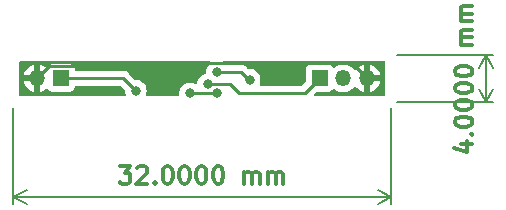
<source format=gbr>
%TF.GenerationSoftware,KiCad,Pcbnew,7.0.9*%
%TF.CreationDate,2023-12-24T21:58:01+01:00*%
%TF.ProjectId,preamp2,70726561-6d70-4322-9e6b-696361645f70,rev?*%
%TF.SameCoordinates,Original*%
%TF.FileFunction,Copper,L2,Bot*%
%TF.FilePolarity,Positive*%
%FSLAX46Y46*%
G04 Gerber Fmt 4.6, Leading zero omitted, Abs format (unit mm)*
G04 Created by KiCad (PCBNEW 7.0.9) date 2023-12-24 21:58:01*
%MOMM*%
%LPD*%
G01*
G04 APERTURE LIST*
%ADD10C,0.300000*%
%TA.AperFunction,NonConductor*%
%ADD11C,0.300000*%
%TD*%
%TA.AperFunction,NonConductor*%
%ADD12C,0.200000*%
%TD*%
%TA.AperFunction,ComponentPad*%
%ADD13R,1.350000X1.350000*%
%TD*%
%TA.AperFunction,ComponentPad*%
%ADD14O,1.350000X1.350000*%
%TD*%
%TA.AperFunction,ViaPad*%
%ADD15C,0.800000*%
%TD*%
%TA.AperFunction,Conductor*%
%ADD16C,0.250000*%
%TD*%
G04 APERTURE END LIST*
D10*
D11*
X102500001Y-99378328D02*
X103428573Y-99378328D01*
X103428573Y-99378328D02*
X102928573Y-99949757D01*
X102928573Y-99949757D02*
X103142858Y-99949757D01*
X103142858Y-99949757D02*
X103285716Y-100021185D01*
X103285716Y-100021185D02*
X103357144Y-100092614D01*
X103357144Y-100092614D02*
X103428573Y-100235471D01*
X103428573Y-100235471D02*
X103428573Y-100592614D01*
X103428573Y-100592614D02*
X103357144Y-100735471D01*
X103357144Y-100735471D02*
X103285716Y-100806900D01*
X103285716Y-100806900D02*
X103142858Y-100878328D01*
X103142858Y-100878328D02*
X102714287Y-100878328D01*
X102714287Y-100878328D02*
X102571430Y-100806900D01*
X102571430Y-100806900D02*
X102500001Y-100735471D01*
X104000001Y-99521185D02*
X104071429Y-99449757D01*
X104071429Y-99449757D02*
X104214287Y-99378328D01*
X104214287Y-99378328D02*
X104571429Y-99378328D01*
X104571429Y-99378328D02*
X104714287Y-99449757D01*
X104714287Y-99449757D02*
X104785715Y-99521185D01*
X104785715Y-99521185D02*
X104857144Y-99664042D01*
X104857144Y-99664042D02*
X104857144Y-99806900D01*
X104857144Y-99806900D02*
X104785715Y-100021185D01*
X104785715Y-100021185D02*
X103928572Y-100878328D01*
X103928572Y-100878328D02*
X104857144Y-100878328D01*
X105500000Y-100735471D02*
X105571429Y-100806900D01*
X105571429Y-100806900D02*
X105500000Y-100878328D01*
X105500000Y-100878328D02*
X105428572Y-100806900D01*
X105428572Y-100806900D02*
X105500000Y-100735471D01*
X105500000Y-100735471D02*
X105500000Y-100878328D01*
X106500001Y-99378328D02*
X106642858Y-99378328D01*
X106642858Y-99378328D02*
X106785715Y-99449757D01*
X106785715Y-99449757D02*
X106857144Y-99521185D01*
X106857144Y-99521185D02*
X106928572Y-99664042D01*
X106928572Y-99664042D02*
X107000001Y-99949757D01*
X107000001Y-99949757D02*
X107000001Y-100306900D01*
X107000001Y-100306900D02*
X106928572Y-100592614D01*
X106928572Y-100592614D02*
X106857144Y-100735471D01*
X106857144Y-100735471D02*
X106785715Y-100806900D01*
X106785715Y-100806900D02*
X106642858Y-100878328D01*
X106642858Y-100878328D02*
X106500001Y-100878328D01*
X106500001Y-100878328D02*
X106357144Y-100806900D01*
X106357144Y-100806900D02*
X106285715Y-100735471D01*
X106285715Y-100735471D02*
X106214286Y-100592614D01*
X106214286Y-100592614D02*
X106142858Y-100306900D01*
X106142858Y-100306900D02*
X106142858Y-99949757D01*
X106142858Y-99949757D02*
X106214286Y-99664042D01*
X106214286Y-99664042D02*
X106285715Y-99521185D01*
X106285715Y-99521185D02*
X106357144Y-99449757D01*
X106357144Y-99449757D02*
X106500001Y-99378328D01*
X107928572Y-99378328D02*
X108071429Y-99378328D01*
X108071429Y-99378328D02*
X108214286Y-99449757D01*
X108214286Y-99449757D02*
X108285715Y-99521185D01*
X108285715Y-99521185D02*
X108357143Y-99664042D01*
X108357143Y-99664042D02*
X108428572Y-99949757D01*
X108428572Y-99949757D02*
X108428572Y-100306900D01*
X108428572Y-100306900D02*
X108357143Y-100592614D01*
X108357143Y-100592614D02*
X108285715Y-100735471D01*
X108285715Y-100735471D02*
X108214286Y-100806900D01*
X108214286Y-100806900D02*
X108071429Y-100878328D01*
X108071429Y-100878328D02*
X107928572Y-100878328D01*
X107928572Y-100878328D02*
X107785715Y-100806900D01*
X107785715Y-100806900D02*
X107714286Y-100735471D01*
X107714286Y-100735471D02*
X107642857Y-100592614D01*
X107642857Y-100592614D02*
X107571429Y-100306900D01*
X107571429Y-100306900D02*
X107571429Y-99949757D01*
X107571429Y-99949757D02*
X107642857Y-99664042D01*
X107642857Y-99664042D02*
X107714286Y-99521185D01*
X107714286Y-99521185D02*
X107785715Y-99449757D01*
X107785715Y-99449757D02*
X107928572Y-99378328D01*
X109357143Y-99378328D02*
X109500000Y-99378328D01*
X109500000Y-99378328D02*
X109642857Y-99449757D01*
X109642857Y-99449757D02*
X109714286Y-99521185D01*
X109714286Y-99521185D02*
X109785714Y-99664042D01*
X109785714Y-99664042D02*
X109857143Y-99949757D01*
X109857143Y-99949757D02*
X109857143Y-100306900D01*
X109857143Y-100306900D02*
X109785714Y-100592614D01*
X109785714Y-100592614D02*
X109714286Y-100735471D01*
X109714286Y-100735471D02*
X109642857Y-100806900D01*
X109642857Y-100806900D02*
X109500000Y-100878328D01*
X109500000Y-100878328D02*
X109357143Y-100878328D01*
X109357143Y-100878328D02*
X109214286Y-100806900D01*
X109214286Y-100806900D02*
X109142857Y-100735471D01*
X109142857Y-100735471D02*
X109071428Y-100592614D01*
X109071428Y-100592614D02*
X109000000Y-100306900D01*
X109000000Y-100306900D02*
X109000000Y-99949757D01*
X109000000Y-99949757D02*
X109071428Y-99664042D01*
X109071428Y-99664042D02*
X109142857Y-99521185D01*
X109142857Y-99521185D02*
X109214286Y-99449757D01*
X109214286Y-99449757D02*
X109357143Y-99378328D01*
X110785714Y-99378328D02*
X110928571Y-99378328D01*
X110928571Y-99378328D02*
X111071428Y-99449757D01*
X111071428Y-99449757D02*
X111142857Y-99521185D01*
X111142857Y-99521185D02*
X111214285Y-99664042D01*
X111214285Y-99664042D02*
X111285714Y-99949757D01*
X111285714Y-99949757D02*
X111285714Y-100306900D01*
X111285714Y-100306900D02*
X111214285Y-100592614D01*
X111214285Y-100592614D02*
X111142857Y-100735471D01*
X111142857Y-100735471D02*
X111071428Y-100806900D01*
X111071428Y-100806900D02*
X110928571Y-100878328D01*
X110928571Y-100878328D02*
X110785714Y-100878328D01*
X110785714Y-100878328D02*
X110642857Y-100806900D01*
X110642857Y-100806900D02*
X110571428Y-100735471D01*
X110571428Y-100735471D02*
X110499999Y-100592614D01*
X110499999Y-100592614D02*
X110428571Y-100306900D01*
X110428571Y-100306900D02*
X110428571Y-99949757D01*
X110428571Y-99949757D02*
X110499999Y-99664042D01*
X110499999Y-99664042D02*
X110571428Y-99521185D01*
X110571428Y-99521185D02*
X110642857Y-99449757D01*
X110642857Y-99449757D02*
X110785714Y-99378328D01*
X113071427Y-100878328D02*
X113071427Y-99878328D01*
X113071427Y-100021185D02*
X113142856Y-99949757D01*
X113142856Y-99949757D02*
X113285713Y-99878328D01*
X113285713Y-99878328D02*
X113499999Y-99878328D01*
X113499999Y-99878328D02*
X113642856Y-99949757D01*
X113642856Y-99949757D02*
X113714285Y-100092614D01*
X113714285Y-100092614D02*
X113714285Y-100878328D01*
X113714285Y-100092614D02*
X113785713Y-99949757D01*
X113785713Y-99949757D02*
X113928570Y-99878328D01*
X113928570Y-99878328D02*
X114142856Y-99878328D01*
X114142856Y-99878328D02*
X114285713Y-99949757D01*
X114285713Y-99949757D02*
X114357142Y-100092614D01*
X114357142Y-100092614D02*
X114357142Y-100878328D01*
X115071427Y-100878328D02*
X115071427Y-99878328D01*
X115071427Y-100021185D02*
X115142856Y-99949757D01*
X115142856Y-99949757D02*
X115285713Y-99878328D01*
X115285713Y-99878328D02*
X115499999Y-99878328D01*
X115499999Y-99878328D02*
X115642856Y-99949757D01*
X115642856Y-99949757D02*
X115714285Y-100092614D01*
X115714285Y-100092614D02*
X115714285Y-100878328D01*
X115714285Y-100092614D02*
X115785713Y-99949757D01*
X115785713Y-99949757D02*
X115928570Y-99878328D01*
X115928570Y-99878328D02*
X116142856Y-99878328D01*
X116142856Y-99878328D02*
X116285713Y-99949757D01*
X116285713Y-99949757D02*
X116357142Y-100092614D01*
X116357142Y-100092614D02*
X116357142Y-100878328D01*
D12*
X93500000Y-94500000D02*
X93500000Y-102586420D01*
X125500000Y-94500000D02*
X125500000Y-102586420D01*
X93500000Y-102000000D02*
X125500000Y-102000000D01*
X93500000Y-102000000D02*
X125500000Y-102000000D01*
X93500000Y-102000000D02*
X94626504Y-101413579D01*
X93500000Y-102000000D02*
X94626504Y-102586421D01*
X125500000Y-102000000D02*
X124373496Y-102586421D01*
X125500000Y-102000000D02*
X124373496Y-101413579D01*
D10*
D11*
X131378328Y-97499999D02*
X132378328Y-97499999D01*
X130806900Y-97857141D02*
X131878328Y-98214284D01*
X131878328Y-98214284D02*
X131878328Y-97285713D01*
X132235471Y-96714285D02*
X132306900Y-96642856D01*
X132306900Y-96642856D02*
X132378328Y-96714285D01*
X132378328Y-96714285D02*
X132306900Y-96785713D01*
X132306900Y-96785713D02*
X132235471Y-96714285D01*
X132235471Y-96714285D02*
X132378328Y-96714285D01*
X130878328Y-95714284D02*
X130878328Y-95571427D01*
X130878328Y-95571427D02*
X130949757Y-95428570D01*
X130949757Y-95428570D02*
X131021185Y-95357142D01*
X131021185Y-95357142D02*
X131164042Y-95285713D01*
X131164042Y-95285713D02*
X131449757Y-95214284D01*
X131449757Y-95214284D02*
X131806900Y-95214284D01*
X131806900Y-95214284D02*
X132092614Y-95285713D01*
X132092614Y-95285713D02*
X132235471Y-95357142D01*
X132235471Y-95357142D02*
X132306900Y-95428570D01*
X132306900Y-95428570D02*
X132378328Y-95571427D01*
X132378328Y-95571427D02*
X132378328Y-95714284D01*
X132378328Y-95714284D02*
X132306900Y-95857142D01*
X132306900Y-95857142D02*
X132235471Y-95928570D01*
X132235471Y-95928570D02*
X132092614Y-95999999D01*
X132092614Y-95999999D02*
X131806900Y-96071427D01*
X131806900Y-96071427D02*
X131449757Y-96071427D01*
X131449757Y-96071427D02*
X131164042Y-95999999D01*
X131164042Y-95999999D02*
X131021185Y-95928570D01*
X131021185Y-95928570D02*
X130949757Y-95857142D01*
X130949757Y-95857142D02*
X130878328Y-95714284D01*
X130878328Y-94285713D02*
X130878328Y-94142856D01*
X130878328Y-94142856D02*
X130949757Y-93999999D01*
X130949757Y-93999999D02*
X131021185Y-93928571D01*
X131021185Y-93928571D02*
X131164042Y-93857142D01*
X131164042Y-93857142D02*
X131449757Y-93785713D01*
X131449757Y-93785713D02*
X131806900Y-93785713D01*
X131806900Y-93785713D02*
X132092614Y-93857142D01*
X132092614Y-93857142D02*
X132235471Y-93928571D01*
X132235471Y-93928571D02*
X132306900Y-93999999D01*
X132306900Y-93999999D02*
X132378328Y-94142856D01*
X132378328Y-94142856D02*
X132378328Y-94285713D01*
X132378328Y-94285713D02*
X132306900Y-94428571D01*
X132306900Y-94428571D02*
X132235471Y-94499999D01*
X132235471Y-94499999D02*
X132092614Y-94571428D01*
X132092614Y-94571428D02*
X131806900Y-94642856D01*
X131806900Y-94642856D02*
X131449757Y-94642856D01*
X131449757Y-94642856D02*
X131164042Y-94571428D01*
X131164042Y-94571428D02*
X131021185Y-94499999D01*
X131021185Y-94499999D02*
X130949757Y-94428571D01*
X130949757Y-94428571D02*
X130878328Y-94285713D01*
X130878328Y-92857142D02*
X130878328Y-92714285D01*
X130878328Y-92714285D02*
X130949757Y-92571428D01*
X130949757Y-92571428D02*
X131021185Y-92500000D01*
X131021185Y-92500000D02*
X131164042Y-92428571D01*
X131164042Y-92428571D02*
X131449757Y-92357142D01*
X131449757Y-92357142D02*
X131806900Y-92357142D01*
X131806900Y-92357142D02*
X132092614Y-92428571D01*
X132092614Y-92428571D02*
X132235471Y-92500000D01*
X132235471Y-92500000D02*
X132306900Y-92571428D01*
X132306900Y-92571428D02*
X132378328Y-92714285D01*
X132378328Y-92714285D02*
X132378328Y-92857142D01*
X132378328Y-92857142D02*
X132306900Y-93000000D01*
X132306900Y-93000000D02*
X132235471Y-93071428D01*
X132235471Y-93071428D02*
X132092614Y-93142857D01*
X132092614Y-93142857D02*
X131806900Y-93214285D01*
X131806900Y-93214285D02*
X131449757Y-93214285D01*
X131449757Y-93214285D02*
X131164042Y-93142857D01*
X131164042Y-93142857D02*
X131021185Y-93071428D01*
X131021185Y-93071428D02*
X130949757Y-93000000D01*
X130949757Y-93000000D02*
X130878328Y-92857142D01*
X130878328Y-91428571D02*
X130878328Y-91285714D01*
X130878328Y-91285714D02*
X130949757Y-91142857D01*
X130949757Y-91142857D02*
X131021185Y-91071429D01*
X131021185Y-91071429D02*
X131164042Y-91000000D01*
X131164042Y-91000000D02*
X131449757Y-90928571D01*
X131449757Y-90928571D02*
X131806900Y-90928571D01*
X131806900Y-90928571D02*
X132092614Y-91000000D01*
X132092614Y-91000000D02*
X132235471Y-91071429D01*
X132235471Y-91071429D02*
X132306900Y-91142857D01*
X132306900Y-91142857D02*
X132378328Y-91285714D01*
X132378328Y-91285714D02*
X132378328Y-91428571D01*
X132378328Y-91428571D02*
X132306900Y-91571429D01*
X132306900Y-91571429D02*
X132235471Y-91642857D01*
X132235471Y-91642857D02*
X132092614Y-91714286D01*
X132092614Y-91714286D02*
X131806900Y-91785714D01*
X131806900Y-91785714D02*
X131449757Y-91785714D01*
X131449757Y-91785714D02*
X131164042Y-91714286D01*
X131164042Y-91714286D02*
X131021185Y-91642857D01*
X131021185Y-91642857D02*
X130949757Y-91571429D01*
X130949757Y-91571429D02*
X130878328Y-91428571D01*
X132378328Y-89142858D02*
X131378328Y-89142858D01*
X131521185Y-89142858D02*
X131449757Y-89071429D01*
X131449757Y-89071429D02*
X131378328Y-88928572D01*
X131378328Y-88928572D02*
X131378328Y-88714286D01*
X131378328Y-88714286D02*
X131449757Y-88571429D01*
X131449757Y-88571429D02*
X131592614Y-88500001D01*
X131592614Y-88500001D02*
X132378328Y-88500001D01*
X131592614Y-88500001D02*
X131449757Y-88428572D01*
X131449757Y-88428572D02*
X131378328Y-88285715D01*
X131378328Y-88285715D02*
X131378328Y-88071429D01*
X131378328Y-88071429D02*
X131449757Y-87928572D01*
X131449757Y-87928572D02*
X131592614Y-87857143D01*
X131592614Y-87857143D02*
X132378328Y-87857143D01*
X132378328Y-87142858D02*
X131378328Y-87142858D01*
X131521185Y-87142858D02*
X131449757Y-87071429D01*
X131449757Y-87071429D02*
X131378328Y-86928572D01*
X131378328Y-86928572D02*
X131378328Y-86714286D01*
X131378328Y-86714286D02*
X131449757Y-86571429D01*
X131449757Y-86571429D02*
X131592614Y-86500001D01*
X131592614Y-86500001D02*
X132378328Y-86500001D01*
X131592614Y-86500001D02*
X131449757Y-86428572D01*
X131449757Y-86428572D02*
X131378328Y-86285715D01*
X131378328Y-86285715D02*
X131378328Y-86071429D01*
X131378328Y-86071429D02*
X131449757Y-85928572D01*
X131449757Y-85928572D02*
X131592614Y-85857143D01*
X131592614Y-85857143D02*
X132378328Y-85857143D01*
D12*
X126000000Y-90000000D02*
X134086420Y-90000000D01*
X126000000Y-94000000D02*
X134086420Y-94000000D01*
X133500000Y-90000000D02*
X133500000Y-94000000D01*
X133500000Y-90000000D02*
X133500000Y-94000000D01*
X133500000Y-90000000D02*
X134086421Y-91126504D01*
X133500000Y-90000000D02*
X132913579Y-91126504D01*
X133500000Y-94000000D02*
X132913579Y-92873496D01*
X133500000Y-94000000D02*
X134086421Y-92873496D01*
D13*
%TO.P,J1,1,Pin_1*%
%TO.N,Net-(D1-A2)*%
X97536000Y-91948000D03*
D14*
%TO.P,J1,2,Pin_2*%
%TO.N,GND*%
X95536000Y-91948000D03*
%TD*%
D13*
%TO.P,J2,1,Pin_1*%
%TO.N,+9V*%
X119444000Y-91948000D03*
D14*
%TO.P,J2,2,Pin_2*%
%TO.N,Net-(J2-Pin_2)*%
X121444000Y-91948000D03*
%TO.P,J2,3,Pin_3*%
%TO.N,GND*%
X123444000Y-91948000D03*
%TD*%
D15*
%TO.N,GND*%
X99314000Y-90932000D03*
X106862498Y-91186000D03*
%TO.N,Net-(C2-Pad2)*%
X110744000Y-91440000D03*
X113526000Y-92075000D03*
%TO.N,Net-(U1--)*%
X108458000Y-93218000D03*
X110744000Y-93218000D03*
%TO.N,Net-(D1-A2)*%
X103886000Y-93000000D03*
%TO.N,+9V*%
X109982000Y-92456000D03*
%TD*%
D16*
%TO.N,GND*%
X107370498Y-90678000D02*
X106862498Y-91186000D01*
X106862498Y-91186000D02*
X99568000Y-91186000D01*
X99568000Y-91186000D02*
X99314000Y-90932000D01*
X123444000Y-91948000D02*
X122174000Y-90678000D01*
X122174000Y-90678000D02*
X107370498Y-90678000D01*
X95536000Y-91948000D02*
X96552000Y-90932000D01*
X96552000Y-90932000D02*
X99314000Y-90932000D01*
%TO.N,Net-(C2-Pad2)*%
X112763992Y-91440000D02*
X113526000Y-92202008D01*
X110744000Y-91440000D02*
X112763992Y-91440000D01*
%TO.N,Net-(U1--)*%
X108458000Y-93218000D02*
X110744000Y-93218000D01*
%TO.N,Net-(D1-A2)*%
X97536000Y-91948000D02*
X102834000Y-91948000D01*
X102834000Y-91948000D02*
X103886000Y-93000000D01*
%TO.N,+9V*%
X119444000Y-91948000D02*
X118174000Y-93218000D01*
X118174000Y-93218000D02*
X115570000Y-93218000D01*
X115570000Y-93218000D02*
X112639234Y-93218000D01*
X111877234Y-92456000D02*
X109982000Y-92456000D01*
X112639234Y-93218000D02*
X111877234Y-92456000D01*
%TD*%
%TA.AperFunction,Conductor*%
%TO.N,GND*%
G36*
X110191184Y-90519685D02*
G01*
X110236939Y-90572489D01*
X110246883Y-90641647D01*
X110217858Y-90705203D01*
X110197030Y-90724318D01*
X110138129Y-90767111D01*
X110011466Y-90907785D01*
X109916821Y-91071715D01*
X109916818Y-91071722D01*
X109858889Y-91250011D01*
X109858326Y-91251744D01*
X109842184Y-91405327D01*
X109838540Y-91440002D01*
X109839810Y-91452089D01*
X109827239Y-91520819D01*
X109779505Y-91571841D01*
X109742273Y-91586337D01*
X109710146Y-91593166D01*
X109702197Y-91594856D01*
X109702196Y-91594856D01*
X109702193Y-91594857D01*
X109702192Y-91594857D01*
X109529270Y-91671848D01*
X109529265Y-91671851D01*
X109376129Y-91783111D01*
X109249466Y-91923785D01*
X109154821Y-92087715D01*
X109154818Y-92087722D01*
X109097784Y-92263256D01*
X109096326Y-92267744D01*
X109089191Y-92335627D01*
X109062607Y-92400240D01*
X109005310Y-92440225D01*
X108935491Y-92442885D01*
X108915435Y-92435943D01*
X108737807Y-92356857D01*
X108737802Y-92356855D01*
X108592001Y-92325865D01*
X108552646Y-92317500D01*
X108363354Y-92317500D01*
X108330897Y-92324398D01*
X108178197Y-92356855D01*
X108178192Y-92356857D01*
X108005270Y-92433848D01*
X108005265Y-92433851D01*
X107852129Y-92545111D01*
X107725466Y-92685785D01*
X107630821Y-92849715D01*
X107630818Y-92849722D01*
X107579732Y-93006951D01*
X107572326Y-93029744D01*
X107552540Y-93218000D01*
X107560611Y-93294797D01*
X107567784Y-93363039D01*
X107555214Y-93431769D01*
X107507482Y-93482792D01*
X107444463Y-93500000D01*
X104841054Y-93500000D01*
X104774015Y-93480315D01*
X104728260Y-93427511D01*
X104718316Y-93358353D01*
X104723123Y-93337682D01*
X104743583Y-93274710D01*
X104771674Y-93188256D01*
X104791460Y-93000000D01*
X104771674Y-92811744D01*
X104713179Y-92631716D01*
X104618533Y-92467784D01*
X104491871Y-92327112D01*
X104491870Y-92327111D01*
X104338734Y-92215851D01*
X104338729Y-92215848D01*
X104165807Y-92138857D01*
X104165802Y-92138855D01*
X104020001Y-92107865D01*
X103980646Y-92099500D01*
X103980645Y-92099500D01*
X103921452Y-92099500D01*
X103854413Y-92079815D01*
X103833771Y-92063181D01*
X103334803Y-91564212D01*
X103324980Y-91551950D01*
X103324759Y-91552134D01*
X103319786Y-91546123D01*
X103316230Y-91542784D01*
X103269364Y-91498773D01*
X103258919Y-91488328D01*
X103248475Y-91477883D01*
X103242986Y-91473625D01*
X103238561Y-91469847D01*
X103204582Y-91437938D01*
X103204580Y-91437936D01*
X103204577Y-91437935D01*
X103187029Y-91428288D01*
X103170763Y-91417604D01*
X103154933Y-91405325D01*
X103112168Y-91386818D01*
X103106922Y-91384248D01*
X103066093Y-91361803D01*
X103066092Y-91361802D01*
X103046693Y-91356822D01*
X103028281Y-91350518D01*
X103009898Y-91342562D01*
X103009892Y-91342560D01*
X102963874Y-91335272D01*
X102958152Y-91334087D01*
X102913021Y-91322500D01*
X102913019Y-91322500D01*
X102892984Y-91322500D01*
X102873586Y-91320973D01*
X102866162Y-91319797D01*
X102853805Y-91317840D01*
X102853804Y-91317840D01*
X102807416Y-91322225D01*
X102801578Y-91322500D01*
X98833351Y-91322500D01*
X98766312Y-91302815D01*
X98720557Y-91250011D01*
X98710061Y-91211752D01*
X98705091Y-91165516D01*
X98654797Y-91030671D01*
X98654793Y-91030664D01*
X98568547Y-90915455D01*
X98568544Y-90915452D01*
X98453335Y-90829206D01*
X98453328Y-90829202D01*
X98318482Y-90778908D01*
X98318483Y-90778908D01*
X98258883Y-90772501D01*
X98258881Y-90772500D01*
X98258873Y-90772500D01*
X98258864Y-90772500D01*
X96813129Y-90772500D01*
X96813123Y-90772501D01*
X96753516Y-90778908D01*
X96618671Y-90829202D01*
X96618664Y-90829206D01*
X96503455Y-90915452D01*
X96503452Y-90915455D01*
X96440913Y-90998997D01*
X96384980Y-91040868D01*
X96315288Y-91045852D01*
X96258109Y-91016323D01*
X96247130Y-91006314D01*
X96247125Y-91006310D01*
X96061987Y-90891677D01*
X96061985Y-90891676D01*
X95858931Y-90813013D01*
X95858921Y-90813010D01*
X95786001Y-90799378D01*
X95786000Y-90799379D01*
X95786000Y-91777027D01*
X95779552Y-91764078D01*
X95696666Y-91688516D01*
X95592080Y-91648000D01*
X95508198Y-91648000D01*
X95425750Y-91663412D01*
X95330390Y-91722457D01*
X95262799Y-91811962D01*
X95232105Y-91919840D01*
X95242454Y-92031521D01*
X95292448Y-92131922D01*
X95375334Y-92207484D01*
X95479920Y-92248000D01*
X95563802Y-92248000D01*
X95646250Y-92232588D01*
X95741610Y-92173543D01*
X95786000Y-92114761D01*
X95786000Y-93096619D01*
X95858939Y-93082984D01*
X96061976Y-93004327D01*
X96061987Y-93004322D01*
X96247127Y-92889687D01*
X96258106Y-92879679D01*
X96320909Y-92849060D01*
X96390297Y-92857256D01*
X96440913Y-92897003D01*
X96503452Y-92980544D01*
X96503455Y-92980547D01*
X96618664Y-93066793D01*
X96618671Y-93066797D01*
X96753517Y-93117091D01*
X96753516Y-93117091D01*
X96760444Y-93117835D01*
X96813127Y-93123500D01*
X98258872Y-93123499D01*
X98318483Y-93117091D01*
X98453331Y-93066796D01*
X98568546Y-92980546D01*
X98654796Y-92865331D01*
X98705091Y-92730483D01*
X98710062Y-92684242D01*
X98736799Y-92619694D01*
X98794191Y-92579846D01*
X98833351Y-92573500D01*
X102523548Y-92573500D01*
X102590587Y-92593185D01*
X102611229Y-92609819D01*
X102947038Y-92945628D01*
X102980523Y-93006951D01*
X102982678Y-93020347D01*
X102983666Y-93029744D01*
X103000326Y-93188256D01*
X103000327Y-93188259D01*
X103048877Y-93337682D01*
X103050872Y-93407523D01*
X103014791Y-93467356D01*
X102952090Y-93498184D01*
X102930946Y-93500000D01*
X94124000Y-93500000D01*
X94056961Y-93480315D01*
X94011206Y-93427511D01*
X94000000Y-93376000D01*
X94000000Y-92198000D01*
X94385495Y-92198000D01*
X94435651Y-92374280D01*
X94532715Y-92569208D01*
X94663945Y-92742985D01*
X94824868Y-92889685D01*
X95010012Y-93004322D01*
X95010023Y-93004327D01*
X95213060Y-93082984D01*
X95286000Y-93096619D01*
X95286000Y-92198000D01*
X94385495Y-92198000D01*
X94000000Y-92198000D01*
X94000000Y-91697999D01*
X94385494Y-91697999D01*
X94385495Y-91698000D01*
X95286000Y-91698000D01*
X95286000Y-90799379D01*
X95285998Y-90799378D01*
X95213078Y-90813010D01*
X95213068Y-90813013D01*
X95010014Y-90891676D01*
X95010012Y-90891677D01*
X94824869Y-91006314D01*
X94824868Y-91006314D01*
X94663945Y-91153014D01*
X94532715Y-91326791D01*
X94435651Y-91521719D01*
X94385494Y-91697999D01*
X94000000Y-91697999D01*
X94000000Y-90624000D01*
X94019685Y-90556961D01*
X94072489Y-90511206D01*
X94124000Y-90500000D01*
X110124145Y-90500000D01*
X110191184Y-90519685D01*
G37*
%TD.AperFunction*%
%TA.AperFunction,Conductor*%
G36*
X124943039Y-90519685D02*
G01*
X124988794Y-90572489D01*
X125000000Y-90624000D01*
X125000000Y-93376000D01*
X124980315Y-93443039D01*
X124927511Y-93488794D01*
X124876000Y-93500000D01*
X119075951Y-93500000D01*
X119008912Y-93480315D01*
X118963157Y-93427511D01*
X118953213Y-93358353D01*
X118982238Y-93294797D01*
X118988270Y-93288319D01*
X119116771Y-93159818D01*
X119178094Y-93126333D01*
X119204452Y-93123499D01*
X120166871Y-93123499D01*
X120166872Y-93123499D01*
X120226483Y-93117091D01*
X120361331Y-93066796D01*
X120476546Y-92980546D01*
X120538785Y-92897404D01*
X120594718Y-92855535D01*
X120664410Y-92850551D01*
X120721588Y-92880078D01*
X120732568Y-92890088D01*
X120732570Y-92890089D01*
X120732571Y-92890090D01*
X120917786Y-93004770D01*
X120917792Y-93004773D01*
X120940664Y-93013633D01*
X121120931Y-93083470D01*
X121335074Y-93123500D01*
X121335076Y-93123500D01*
X121552924Y-93123500D01*
X121552926Y-93123500D01*
X121767069Y-93083470D01*
X121970210Y-93004772D01*
X122155432Y-92890088D01*
X122316427Y-92743322D01*
X122345359Y-92705009D01*
X122401465Y-92663373D01*
X122471177Y-92658680D01*
X122532360Y-92692421D01*
X122543267Y-92705009D01*
X122571942Y-92742981D01*
X122571949Y-92742989D01*
X122732868Y-92889685D01*
X122918012Y-93004322D01*
X122918023Y-93004327D01*
X123121060Y-93082984D01*
X123194000Y-93096619D01*
X123194000Y-92118972D01*
X123200448Y-92131922D01*
X123283334Y-92207484D01*
X123387920Y-92248000D01*
X123471802Y-92248000D01*
X123554250Y-92232588D01*
X123610111Y-92198000D01*
X123694000Y-92198000D01*
X123694000Y-93096619D01*
X123766939Y-93082984D01*
X123969976Y-93004327D01*
X123969987Y-93004322D01*
X124155130Y-92889685D01*
X124155131Y-92889685D01*
X124316054Y-92742985D01*
X124447284Y-92569208D01*
X124544348Y-92374280D01*
X124594505Y-92198000D01*
X123694000Y-92198000D01*
X123610111Y-92198000D01*
X123649610Y-92173543D01*
X123717201Y-92084038D01*
X123747895Y-91976160D01*
X123737546Y-91864479D01*
X123687552Y-91764078D01*
X123615069Y-91698000D01*
X123694000Y-91698000D01*
X124594505Y-91698000D01*
X124594505Y-91697999D01*
X124544348Y-91521719D01*
X124447284Y-91326791D01*
X124316054Y-91153014D01*
X124155131Y-91006314D01*
X123969987Y-90891677D01*
X123969985Y-90891676D01*
X123766931Y-90813013D01*
X123766921Y-90813010D01*
X123694001Y-90799378D01*
X123694000Y-90799379D01*
X123694000Y-91698000D01*
X123615069Y-91698000D01*
X123604666Y-91688516D01*
X123500080Y-91648000D01*
X123416198Y-91648000D01*
X123333750Y-91663412D01*
X123238390Y-91722457D01*
X123194000Y-91781238D01*
X123194000Y-90799379D01*
X123193998Y-90799378D01*
X123121078Y-90813010D01*
X123121068Y-90813013D01*
X122918014Y-90891676D01*
X122918012Y-90891677D01*
X122732869Y-91006314D01*
X122732868Y-91006314D01*
X122571945Y-91153014D01*
X122543267Y-91190990D01*
X122487157Y-91232626D01*
X122417445Y-91237317D01*
X122356264Y-91203575D01*
X122345359Y-91190990D01*
X122332906Y-91174500D01*
X122316427Y-91152678D01*
X122289016Y-91127690D01*
X122193777Y-91040868D01*
X122155432Y-91005912D01*
X122155428Y-91005909D01*
X122155423Y-91005906D01*
X121970213Y-90891229D01*
X121970207Y-90891226D01*
X121873603Y-90853802D01*
X121767069Y-90812530D01*
X121552926Y-90772500D01*
X121335074Y-90772500D01*
X121120931Y-90812530D01*
X121085937Y-90826087D01*
X120917792Y-90891226D01*
X120917786Y-90891229D01*
X120732565Y-91005913D01*
X120721585Y-91015923D01*
X120658780Y-91046537D01*
X120589393Y-91038336D01*
X120538785Y-90998594D01*
X120511263Y-90961830D01*
X120476546Y-90915454D01*
X120476544Y-90915453D01*
X120476544Y-90915452D01*
X120361335Y-90829206D01*
X120361328Y-90829202D01*
X120226482Y-90778908D01*
X120226483Y-90778908D01*
X120166883Y-90772501D01*
X120166881Y-90772500D01*
X120166873Y-90772500D01*
X120166864Y-90772500D01*
X118721129Y-90772500D01*
X118721123Y-90772501D01*
X118661516Y-90778908D01*
X118526671Y-90829202D01*
X118526664Y-90829206D01*
X118411455Y-90915452D01*
X118411452Y-90915455D01*
X118325206Y-91030664D01*
X118325202Y-91030671D01*
X118274908Y-91165517D01*
X118268501Y-91225116D01*
X118268500Y-91225135D01*
X118268500Y-92187546D01*
X118248815Y-92254585D01*
X118232181Y-92275227D01*
X117951228Y-92556181D01*
X117889905Y-92589666D01*
X117863547Y-92592500D01*
X114475367Y-92592500D01*
X114408328Y-92572815D01*
X114362573Y-92520011D01*
X114352629Y-92450853D01*
X114357436Y-92430182D01*
X114358489Y-92426941D01*
X114411674Y-92263256D01*
X114431460Y-92075000D01*
X114411674Y-91886744D01*
X114353179Y-91706716D01*
X114258533Y-91542784D01*
X114131871Y-91402112D01*
X114109224Y-91385658D01*
X113978734Y-91290851D01*
X113978729Y-91290848D01*
X113805807Y-91213857D01*
X113805802Y-91213855D01*
X113660001Y-91182865D01*
X113620646Y-91174500D01*
X113434445Y-91174500D01*
X113367406Y-91154815D01*
X113346764Y-91138181D01*
X113264795Y-91056212D01*
X113254972Y-91043950D01*
X113254751Y-91044134D01*
X113249778Y-91038123D01*
X113199356Y-90990773D01*
X113188911Y-90980328D01*
X113178467Y-90969883D01*
X113172978Y-90965625D01*
X113168553Y-90961847D01*
X113134574Y-90929938D01*
X113134572Y-90929936D01*
X113134569Y-90929935D01*
X113117021Y-90920288D01*
X113100755Y-90909604D01*
X113084925Y-90897325D01*
X113042160Y-90878818D01*
X113036914Y-90876248D01*
X112996085Y-90853803D01*
X112996084Y-90853802D01*
X112976685Y-90848822D01*
X112958273Y-90842518D01*
X112939890Y-90834562D01*
X112939884Y-90834560D01*
X112893866Y-90827272D01*
X112888144Y-90826087D01*
X112843013Y-90814500D01*
X112843011Y-90814500D01*
X112822976Y-90814500D01*
X112803578Y-90812973D01*
X112796154Y-90811797D01*
X112783797Y-90809840D01*
X112783796Y-90809840D01*
X112737408Y-90814225D01*
X112731570Y-90814500D01*
X111447748Y-90814500D01*
X111380709Y-90794815D01*
X111355600Y-90773474D01*
X111349873Y-90767114D01*
X111349872Y-90767113D01*
X111349871Y-90767112D01*
X111290970Y-90724318D01*
X111248304Y-90668988D01*
X111242325Y-90599375D01*
X111274930Y-90537580D01*
X111335769Y-90503223D01*
X111363855Y-90500000D01*
X124876000Y-90500000D01*
X124943039Y-90519685D01*
G37*
%TD.AperFunction*%
%TD*%
M02*

</source>
